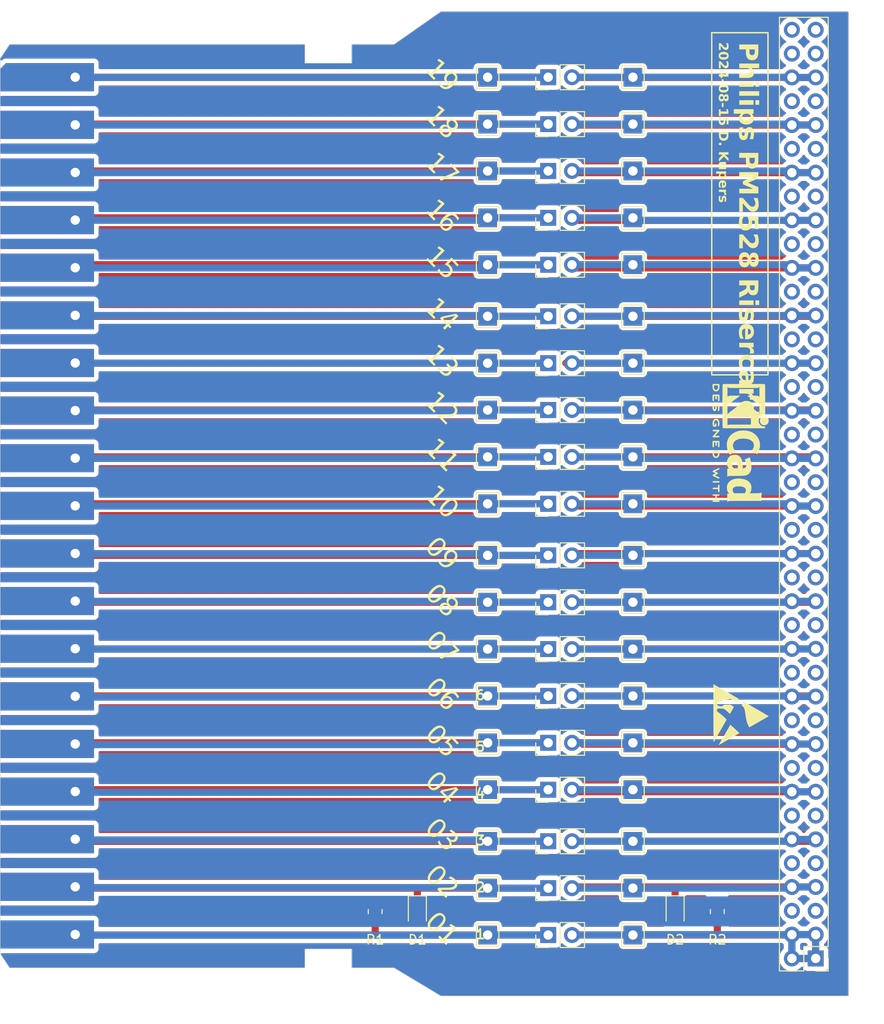
<source format=kicad_pcb>
(kicad_pcb (version 20240108) (generator "pcbnew") (generator_version "8.0")
  (title_block (title "PM2528 Risercard") (date "2024-08-14") (rev "1.0") (company "D. Kupers"))
  (layers (0 "F.Cu" signal) (31 "B.Cu" signal) (34 "B.Paste" user) (35 "F.Paste" user) (36 "B.SilkS" user "B.Silkscreen") (37 "F.SilkS" user "F.Silkscreen") (38 "B.Mask" user) (39 "F.Mask" user) (44 "Edge.Cuts" user))
  (net 0 "")
  (net 1 "Net-(JP1-A)")
  (net 4 "Net-(D1-K)")
  (net 5 "Net-(JP15-A)")
  (net 8 "Net-(JP18-A)")
  (net 11 "Net-(JP7-A)")
  (net 12 "Net-(JP16-A)")
  (net 33 "Net-(JP11-A)")
  (net 35 "Net-(JP10-A)")
  (net 37 "Net-(JP17-A)")
  (net 43 "Net-(JP6-A)")
  (net 49 "Net-(JP19-A)")
  (net 52 "Net-(JP14-A)")
  (net 53 "Net-(JP9-A)")
  (net 54 "Net-(JP5-A)")
  (net 55 "Net-(JP3-A)")
  (net 56 "Net-(JP8-A)")
  (net 57 "Net-(JP13-A)")
  (net 58 "Net-(JP4-A)")
  (net 59 "Net-(JP12-A)")
  (net 60 "Net-(JP14-B)")
  (net 61 "Net-(JP15-B)")
  (net 62 "Net-(JP7-B)")
  (net 63 "Net-(JP8-B)")
  (net 64 "Net-(D2-K)")
  (net 65 "Net-(JP9-B)")
  (net 66 "Net-(JP6-B)")
  (net 67 "Net-(JP17-B)")
  (net 68 "Net-(JP10-B)")
  (net 69 "Net-(JP4-B)")
  (net 70 "Net-(JP5-B)")
  (net 71 "Net-(JP13-B)")
  (net 72 "Net-(JP1-B)")
  (net 73 "Net-(JP12-B)")
  (net 74 "Net-(JP11-B)")
  (net 75 "Net-(JP16-B)")
  (net 76 "Net-(JP19-B)")
  (net 77 "Net-(JP18-B)")
  (net 78 "Net-(JP3-B)")
  (net 79 "Net-(D1-A)")
  (net 80 "Net-(D2-A)")
  (footprint "TestPoint:TestPoint_THTPad_2.0x2.0mm_Drill1.0mm" (layer "F.Cu") (at 110 50)
    (property "Reference" "TPA17" (hide yes))
    (property "Value" "TestPoint")
  )
  (footprint "TestPoint:TestPoint_THTPad_2.0x2.0mm_Drill1.0mm" (layer "F.Cu") (at 125.5 116)
    (property "Reference" "TPB04" (hide yes))
    (property "Value" "TestPoint")
  )
  (footprint "TestPoint:TestPoint_THTPad_2.0x2.0mm_Drill1.0mm" (layer "F.Cu") (at 125.5 85.5)
    (property "Reference" "TPB10" (hide yes))
    (property "Value" "TestPoint")
  )
  (footprint "Connector_PinHeader_2.54mm:PinHeader_1x02_P2.54mm_Vertical" (layer "F.Cu") (at 116.46 111 90)
    (property "Reference" "JP5" (hide yes))
    (property "Value" "Jumper_2_Open")
  )
  (footprint "TestPoint:TestPoint_THTPad_2.0x2.0mm_Drill1.0mm" (layer "F.Cu") (at 110 96)
    (property "Reference" "TPA08" (hide yes))
    (property "Value" "TestPoint")
  )
  (footprint "TestPoint:TestPoint_THTPad_2.0x2.0mm_Drill1.0mm" (layer "F.Cu") (at 110 40)
    (property "Reference" "TPA19" (hide yes))
    (property "Value" "TestPoint")
  )
  (footprint "Connector_PinHeader_2.54mm:PinHeader_1x02_P2.54mm_Vertical" (layer "F.Cu") (at 116.46 106 90)
    (property "Reference" "JP6" (hide yes))
    (property "Value" "Jumper_2_Open")
  )
  (footprint "TestPoint:TestPoint_THTPad_2.0x2.0mm_Drill1.0mm" (layer "F.Cu") (at 125.5 60)
    (property "Reference" "TPB15" (hide yes))
    (property "Value" "TestPoint")
  )
  (footprint "TestPoint:TestPoint_THTPad_2.0x2.0mm_Drill1.0mm" (layer "F.Cu") (at 110 80.5)
    (property "Reference" "TPA11" (hide yes))
    (property "Value" "TestPoint")
  )
  (footprint "TestPoint:TestPoint_THTPad_2.0x2.0mm_Drill1.0mm" (layer "F.Cu") (at 125.5 91)
    (property "Reference" "TPB09" (hide yes))
    (property "Value" "TestPoint")
  )
  (footprint "TestPoint:TestPoint_THTPad_2.0x2.0mm_Drill1.0mm" (layer "F.Cu") (at 125.5 65.5)
    (property "Reference" "TPB14" (hide yes))
    (property "Value" "TestPoint")
  )
  (footprint "TestPoint:TestPoint_THTPad_2.0x2.0mm_Drill1.0mm" (layer "F.Cu") (at 125.5 50)
    (property "Reference" "TPB17" (hide yes))
    (property "Value" "TestPoint")
  )
  (footprint "Connector_PinHeader_2.54mm:PinHeader_1x02_P2.54mm_Vertical" (layer "F.Cu") (at 116.46 131.5 90)
    (property "Reference" "JP1" (hide yes))
    (property "Value" "Jumper_2_Open")
  )
  (footprint "Connector_PinHeader_2.54mm:PinHeader_1x02_P2.54mm_Vertical" (layer "F.Cu") (at 116.46 60 90)
    (property "Reference" "JP15" (hide yes))
    (property "Value" "Jumper_2_Open")
  )
  (footprint "TestPoint:TestPoint_THTPad_2.0x2.0mm_Drill1.0mm" (layer "F.Cu") (at 125.5 70.5)
    (property "Reference" "TPB13" (hide yes))
    (property "Value" "TestPoint")
  )
  (footprint "Connector_PinHeader_2.54mm:PinHeader_1x02_P2.54mm_Vertical" (layer "F.Cu") (at 116.46 126.5 90)
    (property "Reference" "JP2" (hide yes))
    (property "Value" "Jumper_2_Open")
  )
  (footprint "TestPoint:TestPoint_THTPad_2.0x2.0mm_Drill1.0mm" (layer "F.Cu") (at 110 60)
    (property "Reference" "TPA15" (hide yes))
    (property "Value" "TestPoint")
  )
  (footprint "TestPoint:TestPoint_THTPad_2.0x2.0mm_Drill1.0mm" (layer "F.Cu") (at 110 116)
    (property "Reference" "TPA04" (hide yes))
    (property "Value" "TestPoint")
  )
  (footprint "TestPoint:TestPoint_THTPad_2.0x2.0mm_Drill1.0mm" (layer "F.Cu") (at 110 106)
    (property "Reference" "TPA06" (hide yes))
    (property "Value" "TestPoint")
  )
  (footprint "Resistor_SMD:R_0805_2012Metric_Pad1.20x1.40mm_HandSolder" (layer "F.Cu") (at 134.5 129 -90)
    (property "Reference" "R2")
    (property "Value" "200")
  )
  (footprint "TestPoint:TestPoint_THTPad_2.0x2.0mm_Drill1.0mm" (layer "F.Cu") (at 110 126.5)
    (property "Reference" "TPA02" (hide yes))
    (property "Value" "TestPoint")
  )
  (footprint "Connector_PinHeader_2.54mm:PinHeader_1x02_P2.54mm_Vertical" (layer "F.Cu") (at 116.46 45 90)
    (property "Reference" "JP18" (hide yes))
    (property "Value" "Jumper_2_Open")
  )
  (footprint "TestPoint:TestPoint_THTPad_2.0x2.0mm_Drill1.0mm" (layer "F.Cu") (at 110 121.5)
    (property "Reference" "TPA03" (hide yes))
    (property "Value" "TestPoint")
  )
  (footprint "Connector_PinHeader_2.54mm:PinHeader_1x02_P2.54mm_Vertical" (layer "F.Cu") (at 116.46 50 90)
    (property "Reference" "JP17" (hide yes))
    (property "Value" "Jumper_2_Open")
  )
  (footprint "Connector_PinHeader_2.54mm:PinHeader_1x02_P2.54mm_Vertical" (layer "F.Cu") (at 116.46 85.5 90)
    (property "Reference" "JP10" (hide yes))
    (property "Value" "Jumper_2_Open")
  )
  (footprint "TestPoint:TestPoint_THTPad_2.0x2.0mm_Drill1.0mm" (layer "F.Cu") (at 125.5 45)
    (property "Reference" "TPB18" (hide yes))
    (property "Value" "TestPoint")
  )
  (footprint "LED_SMD:LED_0805_2012Metric" (layer "F.Cu") (at 130 129 -90)
    (property "Reference" "D2")
    (property "Value" "LED")
  )
  (footprint "Symbol:ESD-Logo_6.6x6mm_SilkScreen" (layer "F.Cu") (at 137.050229 108 -90)
    (property "Reference" "REF**" (hide yes))
    (property "Value" "ESD-Logo_6.6x6mm_SilkScreen" (hide yes))
  )
  (footprint "Connector_PinHeader_2.54mm:PinHeader_1x02_P2.54mm_Vertical" (layer "F.Cu") (at 116.46 40 90)
    (property "Reference" "JP19" (hide yes))
    (property "Value" "Jumper_2_Open")
  )
  (footprint "TestPoint:TestPoint_THTPad_2.0x2.0mm_Drill1.0mm" (layer "F.Cu") (at 125.5 111)
    (property "Reference" "TPB05" (hide yes))
    (property "Value" "TestPoint")
  )
  (footprint "Symbol:KiCad-Logo2_5mm_SilkScreen" (layer "F.Cu") (at 137 79 -90)
    (property "Reference" "REF**" (hide yes))
    (property "Value" "KiCad-Logo2_5mm_SilkScreen" (hide yes))
  )
  (footprint "TestPoint:TestPoint_THTPad_2.0x2.0mm_Drill1.0mm" (layer "F.Cu") (at 125.5 80.5)
    (property "Reference" "TPB11" (hide yes))
    (property "Value" "TestPoint")
  )
  (footprint "TestPoint:TestPoint_THTPad_2.0x2.0mm_Drill1.0mm" (layer "F.Cu") (at 125.5 121.5)
    (property "Reference" "TPB03" (hide yes))
    (property "Value" "TestPoint")
  )
  (footprint "LED_SMD:LED_0805_2012Metric" (layer "F.Cu") (at 102.5 129 -90)
    (property "Reference" "D1")
    (property "Value" "LED")
  )
  (footprint "TestPoint:TestPoint_THTPad_2.0x2.0mm_Drill1.0mm" (layer "F.Cu") (at 125.5 106)
    (property "Reference" "TPB06" (hide yes))
    (property "Value" "TestPoint")
  )
  (footprint "TestPoint:TestPoint_THTPad_2.0x2.0mm_Drill1.0mm" (layer "F.Cu") (at 110 55)
    (property "Reference" "TPA16" (hide yes))
    (property "Value" "TestPoint")
  )
  (footprint "TestPoint:TestPoint_THTPad_2.0x2.0mm_Drill1.0mm" (layer "F.Cu") (at 110 111)
    (property "Reference" "TPA05" (hide yes))
    (property "Value" "TestPoint")
  )
  (footprint "Philips_PM2528:PM2528_RiserCardConnector" (layer "F.Cu") (at 66 40)
    (property "Reference" "K1" (hide yes))
    (property "Value" "~")
  )
  (footprint "TestPoint:TestPoint_THTPad_2.0x2.0mm_Drill1.0mm" (layer "F.Cu") (at 125.5 101)
    (property "Reference" "TPB07" (hide yes))
    (property "Value" "TestPoint")
  )
  (footprint "Connector_PinHeader_2.54mm:PinHeader_1x02_P2.54mm_Vertical" (layer "F.Cu") (at 116.46 96 90)
    (property "Reference" "JP8" (hide yes))
    (property "Value" "Jumper_2_Open")
  )
  (footprint "TestPoint:TestPoint_THTPad_2.0x2.0mm_Drill1.0mm" (layer "F.Cu") (at 110 75.5)
    (property "Reference" "TPA12" (hide yes))
    (property "Value" "TestPoint")
  )
  (footprint "Connector_PinHeader_2.54mm:PinHeader_1x02_P2.54mm_Vertical" (layer "F.Cu") (at 116.46 70.5 90)
    (property "Reference" "JP13" (hide yes))
    (property "Value" "Jumper_2_Open")
  )
  (footprint "Resistor_SMD:R_0805_2012Metric_Pad1.20x1.40mm_HandSolder" (layer "F.Cu") (at 98 129 90)
    (property "Reference" "R1")
    (property "Value" "200")
  )
  (footprint "TestPoint:TestPoint_THTPad_2.0x2.0mm_Drill1.0mm" (layer "F.Cu") (at 110 85.5)
    (property "Reference" "TPA10" (hide yes))
    (property "Value" "TestPoint")
  )
  (footprint "Connector_PinHeader_2.54mm:PinHeader_1x02_P2.54mm_Vertical" (layer "F.Cu") (at 116.46 121.5 90)
    (property "Reference" "JP3" (hide yes))
    (property "Value" "Jumper_2_Open")
  )
  (footprint "TestPoint:TestPoint_THTPad_2.0x2.0mm_Drill1.0mm" (layer "F.Cu") (at 110 91)
    (property "Reference" "TPA09" (hide yes))
    (property "Value" "TestPoint")
  )
  (footprint "TestPoint:TestPoint_THTPad_2.0x2.0mm_Drill1.0mm" (layer "F.Cu") (at 110 70.5)
    (property "Reference" "TPA13" (hide yes))
    (property "Value" "TestPoint")
  )
  (footprint "Connector_PinHeader_2.54mm:PinHeader_1x02_P2.54mm_Vertical" (layer "F.Cu") (at 116.46 65.5 90)
    (property "Reference" "JP14" (hide yes))
    (property "Value" "Jumper_2_Open")
  )
  (footprint "Connector_PinHeader_2.54mm:PinHeader_1x02_P2.54mm_Vertical" (layer "F.Cu") (at 116.46 101 90)
    (property "Reference" "JP7" (hide yes))
    (property "Value" "Jumper_2_Open")
  )
  (footprint "TestPoint:TestPoint_THTPad_2.0x2.0mm_Drill1.0mm" (layer "F.Cu") (at 110 101)
    (property "Reference" "TPA07" (hide yes))
    (property "Value" "TestPoint")
  )
  (footprint "TestPoint:TestPoint_THTPad_2.0x2.0mm_Drill1.0mm" (layer "F.Cu") (at 125.5 75.5)
    (property "Reference" "TPB12" (hide yes))
    (property "Value" "TestPoint")
  )
  (footprint "Connector_PinHeader_2.54mm:PinHeader_1x02_P2.54mm_Vertical" (layer "F.Cu") (at 116.46 75.5 90)
    (property "Reference" "JP12" (hide yes))
    (property "Value" "Jumper_2_Open")
  )
  (footprint "Connector_PinHeader_2.54mm:PinHeader_2x40_P2.54mm_Vertical" (layer "F.Cu") (at 145 134 180)
    (property "Reference" "K2" (hide yes))
    (property "Value" "Conn_02x40_Odd_Even")
  )
  (footprint "TestPoint:TestPoint_THTPad_2.0x2.0mm_Drill1.0mm" (layer "F.Cu") (at 125.5 55)
    (property "Reference" "TPB16" (hide yes))
    (property "Value" "TestPoint")
  )
  (footprint "TestPoint:TestPoint_THTPad_2.0x2.0mm_Drill1.0mm" (layer "F.Cu") (at 125.5 96)
    (property "Reference" "TPB08" (hide yes))
    (property "Value" "TestPoint")
  )
  (footprint "Connector_PinHeader_2.54mm:PinHeader_1x02_P2.54mm_Vertical" (layer "F.Cu") (at 116.46 91 90)
    (property "Reference" "JP9" (hide yes))
    (property "Value" "Jumper_2_Open")
  )
  (footprint "TestPoint:TestPoint_THTPad_2.0x2.0mm_Drill1.0mm" (layer "F.Cu") (at 125.5 126.5)
    (property "Reference" "TPB02" (hide yes))
    (property "Value" "TestPoint")
  )
  (footprint "TestPoint:TestPoint_THTPad_2.0x2.0mm_Drill1.0mm" (layer "F.Cu") (at 125.5 131.5)
    (property "Reference" "TPB01" (hide yes))
    (property "Value" "TestPoint")
  )
  (footprint "Connector_PinHeader_2.54mm:PinHeader_1x02_P2.54mm_Vertical" (layer "F.Cu") (at 116.46 80.5 90)
    (property "Reference" "JP11" (hide yes))
    (property "Value" "Jumper_2_Open")
  )
  (footprint "Connector_PinHeader_2.54mm:PinHeader_1x02_P2.54mm_Vertical" (layer "F.Cu") (at 116.46 116 90)
    (property "Reference" "JP4" (hide yes))
    (property "Value" "Jumper_2_Open")
  )
  (footprint "TestPoint:TestPoint_THTPad_2.0x2.0mm_Drill1.0mm" (layer "F.Cu") (at 110 45)
    (property "Reference" "TPA18" (hide yes))
    (property "Value" "TestPoint")
  )
  (footprint "TestPoint:TestPoint_THTPad_2.0x2.0mm_Drill1.0mm" (layer "F.Cu") (at 125.5 40)
    (property "Reference" "TPB19" (hide yes))
    (property "Value" "TestPoint")
  )
  (footprint "TestPoint:TestPoint_THTPad_2.0x2.0mm_Drill1.0mm" (layer "F.Cu") (at 110 65.5)
    (property "Reference" "TPA14" (hide yes))
    (property "Value" "TestPoint")
  )
  (footprint "Connector_PinHeader_2.54mm:PinHeader_1x02_P2.54mm_Vertical" (layer "F.Cu") (at 116.46 55 90)
    (property "Reference" "JP16" (hide yes))
    (property "Value" "Jumper_2_Open")
  )
  (footprint "TestPoint:TestPoint_THTPad_2.0x2.0mm_Drill1.0mm" (layer "F.Cu") (at 110 131.5)
    (property "Reference" "TPA01" (hide yes))
    (property "Value" "TestPoint")
  )
  (gr_rect (start 133.907424 35.25) (end 139.907424 71.75) (stroke (width 0.15)) (fill none) (layer "F.SilkS"))
  (gr_poly (pts (xy 59 36.5) (xy 68 36.5) (xy 90.5 36.5) (xy 90.5 38.5) (xy 95.5 38.5) (xy 95.5 36.5) (xy 100 36.5) (xy 105 33) (xy 148.5 33) (xy 148.5 138) (xy 110 138) (xy 105 138) (xy 100 135) (xy 95.5 135) (xy 95.5 133) (xy 90.5 133) (xy 90.5 135) (xy 65.5 135) (xy 59 135) (xy 58 133.5) (xy 58 38)) (stroke (width 0.05)) (fill none) (layer "Edge.Cuts"))
  (gr_text "6" (at 109.827381 106.5 0) (layer "F.SilkS") (effects (font (size 1 1) (thickness 0.2) (bold yes)) (justify right bottom)))
  (gr_text "08" (at 105.5 98 -45) (layer "F.SilkS") (effects (font (size 2.032 2.032) (thickness 0.125)) (justify right bottom)))
  (gr_text "11" (at 105.5 82.5 -45) (layer "F.SilkS") (effects (font (size 2.032 2.032) (thickness 0.125)) (justify right bottom)))
  (gr_text "Philips PM2528 Risercard" (at 136.5 36.25 270) (layer "F.SilkS") (effects (font (size 2 2) (thickness 0.15) (bold yes)) (justify left bottom)))
  (gr_text "16" (at 105.5 57 -45) (layer "F.SilkS") (effects (font (size 2.032 2.032) (thickness 0.125)) (justify right bottom)))
  (gr_text "3" (at 109.827381 122 0) (layer "F.SilkS") (effects (font (size 1 1) (thickness 0.2) (bold yes)) (justify right bottom)))
  (gr_text "2" (at 109.827381 127 0) (layer "F.SilkS") (effects (font (size 1 1) (thickness 0.2) (bold yes)) (justify right bottom)))
  (gr_text "17" (at 105.5 52 -45) (layer "F.SilkS") (effects (font (size 2.032 2.032) (thickness 0.125)) (justify right bottom)))
  (gr_text "03" (at 105.5 123 315) (layer "F.SilkS") (effects (font (size 2.032 2.032) (thickness 0.3175)) (justify right bottom)))
  (gr_text "18" (at 105.5 47 -45) (layer "F.SilkS") (effects (font (size 2.032 2.032) (thickness 0.125)) (justify right bottom)))
  (gr_text "14" (at 105.5 67.5 -45) (layer "F.SilkS") (effects (font (size 2.032 2.032) (thickness 0.125)) (justify right bottom)))
  (gr_text "02" (at 105.5 128 315) (layer "F.SilkS") (effects (font (size 2.032 2.032) (thickness 0.3175)) (justify right bottom)))
  (gr_text "10" (at 105.5 87.5 -45) (layer "F.SilkS") (effects (font (size 2.032 2.032) (thickness 0.125)) (justify right bottom)))
  (gr_text "01" (at 105.5 133 315) (layer "F.SilkS") (effects (font (size 2.032 2.032) (thickness 0.125)) (justify right bottom)))
  (gr_text "05" (at 105.5 113 315) (layer "F.SilkS") (effects (font (size 2.032 2.032) (thickness 0.125)) (justify right bottom)))
  (gr_text "4" (at 109.827381 117 0) (layer "F.SilkS") (effects (font (size 1 1) (thickness 0.2) (bold yes)) (justify right bottom)))
  (gr_text "09" (at 105.5 93 -45) (layer "F.SilkS") (effects (font (size 2.032 2.032) (thickness 0.125)) (justify right bottom)))
  (gr_text "19" (at 105.5 42 -45) (layer "F.SilkS") (effects (font (size 2.032 2.032) (thickness 0.125)) (justify right bottom)))
  (gr_text "04" (at 105.5 118 315) (layer "F.SilkS") (effects (font (size 2.032 2.032) (thickness 0.125)) (justify right bottom)))
  (gr_text "1" (at 109.827381 132 0) (layer "F.SilkS") (effects (font (size 1 1) (thickness 0.2) (bold yes)) (justify right bottom)))
  (gr_text "5" (at 109.827381 112 0) (layer "F.SilkS") (effects (font (size 1 1) (thickness 0.2) (bold yes)) (justify right bottom)))
  (gr_text "07" (at 105.5 103 -45) (layer "F.SilkS") (effects (font (size 2.032 2.032) (thickness 0.125)) (justify right bottom)))
  (gr_text "13" (at 105.5 72.5 -45) (layer "F.SilkS") (effects (font (size 2.032 2.032) (thickness 0.125)) (justify right bottom)))
  (gr_text "12" (at 105.5 77.5 -45) (layer "F.SilkS") (effects (font (size 2.032 2.032) (thickness 0.125)) (justify right bottom)))
  (gr_text "2024-08-15 D. Kupers" (at 134.5 36.25 270) (layer "F.SilkS") (effects (font (size 1 1) (thickness 0.15) (bold yes)) (justify left bottom)))
  (gr_text "15" (at 105.5 62 -45) (layer "F.SilkS") (effects (font (size 2.032 2.032) (thickness 0.125)) (justify right bottom)))
  (gr_text "06" (at 105.5 108 -45) (layer "F.SilkS") (effects (font (size 2.032 2.032) (thickness 0.125)) (justify right bottom)))
  (segment (start 98 130) (end 98 131.5) (width 0.762) (layer "F.Cu") (net 1))
  (segment (start 98 131.5) (end 110 131.5) (width 0.762) (layer "F.Cu") (net 1))
  (segment (start 66.06 131.5) (end 98 131.5) (width 0.762) (layer "F.Cu") (net 1))
  (segment (start 110 131.5) (end 116.46 131.5) (width 0.762) (layer "F.Cu") (net 1))
  (segment (start 116.46 131.5) (end 110.5 131.5) (width 0.762) (layer "B.Cu") (net 1))
  (segment (start 109.5 131.52) (end 65.12 131.52) (width 0.762) (layer "B.Cu") (net 1))
  (segment (start 110 126.5) (end 116.46 126.5) (width 0.762) (layer "F.Cu") (net 4))
  (segment (start 102.5 128.0625) (end 102.5 126.5) (width 0.762) (layer "F.Cu") (net 4))
  (segment (start 66.14 126.5) (end 102.5 126.5) (width 0.762) (layer "F.Cu") (net 4))
  (segment (start 102.5 126.5) (end 110 126.5) (width 0.762) (layer "F.Cu") (net 4))
  (segment (start 116.46 126.5) (end 110.5 126.5) (width 0.762) (layer "B.Cu") (net 4))
  (segment (start 65.12 126.44) (end 109.5 126.44) (width 0.762) (layer "B.Cu") (net 4))
  (segment (start 110 60) (end 66.32 60) (width 0.762) (layer "F.Cu") (net 5))
  (segment (start 110 60) (end 116.46 60) (width 0.762) (layer "F.Cu") (net 5))
  (segment (start 66.02 60.34) (end 110 60.34) (width 0.762) (layer "B.Cu") (net 5))
  (segment (start 110 60) (end 116.46 60) (width 0.762) (layer "B.Cu") (net 5))
  (segment (start 66.08 45) (end 110 45) (width 0.762) (layer "F.Cu") (net 8))
  (segment (start 116.46 45) (end 110 45) (width 0.762) (layer "F.Cu") (net 8))
  (segment (start 116.46 45) (end 110 45) (width 0.762) (layer "B.Cu") (net 8))
  (segment (start 66.48 45.1) (end 110 45.1) (width 0.762) (layer "B.Cu") (net 8))
  (segment (start 116.46 101) (end 110 101) (width 0.762) (layer "F.Cu") (net 11))
  (segment (start 110 101) (end 66.04 101) (width 0.762) (layer "F.Cu") (net 11))
  (segment (start 109.5 100.98) (end 65.52 100.98) (width 0.762) (layer "B.Cu") (net 11))
  (segment (start 110.5 101) (end 116.46 101) (width 0.762) (layer "B.Cu") (net 11))
  (segment (start 110.5 101) (end 65.54 101) (width 0.762) (layer "B.Cu") (net 11))
  (segment (start 66.24 55) (end 110 55) (width 0.762) (layer "F.Cu") (net 12))
  (segment (start 116.46 55) (end 110 55) (width 0.762) (layer "F.Cu") (net 12))
  (segment (start 116.46 55) (end 110 55) (width 0.762) (layer "B.Cu") (net 12))
  (segment (start 110 55.26) (end 66.48 55.26) (width 0.762) (layer "B.Cu") (net 12))
  (segment (start 110 80.5) (end 66.14 80.5) (width 0.762) (layer "F.Cu") (net 33))
  (segment (start 110 80.5) (end 116.46 80.5) (width 0.762) (layer "F.Cu") (net 33))
  (segment (start 66.02 80.66) (end 110 80.66) (width 0.762) (layer "B.Cu") (net 33))
  (segment (start 110 80.5) (end 116.46 80.5) (width 0.762) (layer "B.Cu") (net 33))
  (segment (start 116.46 85.5) (end 110 85.5) (width 0.762) (layer "F.Cu") (net 35))
  (segment (start 66.22 85.5) (end 110 85.5) (width 0.762) (layer "F.Cu") (net 35))
  (segment (start 116.46 85.5) (end 110 85.5) (width 0.762) (layer "B.Cu") (net 35))
  (segment (start 110 85.74) (end 66.02 85.74) (width 0.762) (layer "B.Cu") (net 35))
  (segment (start 110 50) (end 116.46 50) (width 0.762) (layer "F.Cu") (net 37))
  (segment (start 110 50) (end 66.16 50) (width 0.762) (layer "F.Cu") (net 37))
  (segment (start 110 50.18) (end 66.48 50.18) (width 0.762) (layer "B.Cu") (net 37))
  (segment (start 110 50) (end 116.46 50) (width 0.762) (layer "B.Cu") (net 37))
  (segment (start 110 106) (end 116.46 106) (width 0.762) (layer "F.Cu") (net 43))
  (segment (start 66.04 106) (end 110 106) (width 0.762) (layer "F.Cu") (net 43))
  (segment (start 116.46 106) (end 110.5 106) (width 0.762) (layer "B.Cu") (net 43))
  (segment (start 65.12 106.12) (end 109.5 106.12) (width 0.762) (layer "B.Cu") (net 43))
  (segment (start 110 40) (end 116.46 40) (width 0.762) (layer "F.Cu") (net 49))
  (segment (start 110 40) (end 66 40) (width 0.762) (layer "F.Cu") (net 49))
  (segment (start 66.48 40.02) (end 110 40.02) (width 0.762) (layer "B.Cu") (net 49))
  (segment (start 110 40) (end 116.46 40) (width 0.762) (layer "B.Cu") (net 49))
  (segment (start 66.1 65.5) (end 110 65.5) (width 0.762) (layer "F.Cu") (net 52))
  (segment (start 116.46 65.5) (end 110 65.5) (width 0.762) (layer "F.Cu") (net 52))
  (segment (start 66.02 65.42) (end 110 65.42) (width 0.762) (layer "B.Cu") (net 52))
  (segment (start 116.46 65.5) (end 110 65.5) (width 0.762) (layer "B.Cu") (net 52))
  (segment (start 110 91) (end 66.2 91) (width 0.762) (layer "F.Cu") (net 53))
  (segment (start 110 91) (end 116.46 91) (width 0.762) (layer "F.Cu") (net 53))
  (segment (start 110 91) (end 116.46 91) (width 0.762) (layer "B.Cu") (net 53))
  (segment (start 66.02 90.82) (end 110 90.82) (width 0.762) (layer "B.Cu") (net 53))
  (segment (start 110 111) (end 66.12 111) (width 0.762) (layer "F.Cu") (net 54))
  (segment (start 116.46 111) (end 110 111) (width 0.762) (layer "F.Cu") (net 54))
  (segment (start 110.5 111) (end 116.46 111) (width 0.762) (layer "B.Cu") (net 54))
  (segment (start 65.12 111.2) (end 109.5 111.2) (width 0.762) (layer "B.Cu") (net 54))
  (segment (start 116.46 121.5) (end 109 121.5) (width 0.762) (layer "F.Cu") (net 55))
  (segment (start 109 121.5) (end 66.22 121.5) (width 0.762) (layer "F.Cu") (net 55))
  (segment (start 110 121.5) (end 109 121.5) (width 0.762) (layer "F.Cu") (net 55))
  (segment (start 110.5 121.5) (end 116.46 121.5) (width 0.762) (layer "B.Cu") (net 55))
  (segment (start 65.12 121.36) (end 109.5 121.36) (width 0.762) (layer "B.Cu") (net 55))
  (segment (start 116.46 96) (end 110 96) (width 0.762) (layer "F.Cu") (net 56))
  (segment (start 66.12 96) (end 110 96) (width 0.762) (layer "F.Cu") (net 56))
  (segment (start 66.02 95.9) (end 110 95.9) (width 0.762) (layer "B.Cu") (net 56))
  (segment (start 116.46 96) (end 110 96) (width 0.762) (layer "B.Cu") (net 56))
  (segment (start 66.02 70.5) (end 110 70.5) (width 0.762) (layer "F.Cu") (net 57))
  (segment (start 110 70.5) (end 116.46 70.5) (width 0.762) (layer "F.Cu") (net 57))
  (segment (start 110 70.5) (end 66.02 70.5) (width 0.762) (layer "B.Cu") (net 57))
  (segment (start 110 70.5) (end 116.46 70.5) (width 0.762) (layer "B.Cu") (net 57))
  (segment (start 66.2 116) (end 110 116) (width 0.762) (layer "F.Cu") (net 58))
  (segment (start 110 116) (end 116.46 116) (width 0.762) (layer "F.Cu") (net 58))
  (segment (start 116.46 116) (end 110.5 116) (width 0.762) (layer "B.Cu") (net 58))
  (segment (start 65.12 116.28) (end 109.5 116.28) (width 0.762) (layer "B.Cu") (net 58))
  (segment (start 66.06 75.5) (end 110 75.5) (width 0.762) (layer "F.Cu") (net 59))
  (segment (start 116.46 75.5) (end 110 75.5) (width 0.762) (layer "F.Cu") (net 59))
  (segment (start 66.02 75.58) (end 110 75.58) (width 0.762) (layer "B.Cu") (net 59))
  (segment (start 116.46 75.5) (end 110 75.5) (width 0.762) (layer "B.Cu") (net 59))
  (segment (start 119 65.5) (end 144.92 65.5) (width 0.762) (layer "F.Cu") (net 60))
  (segment (start 142.46 65.42) (end 145 65.42) (width 0.762) (layer "B.Cu") (net 60))
  (segment (start 125.58 65.42) (end 142.46 65.42) (width 0.762) (layer "B.Cu") (net 60))
  (segment (start 125.5 65.5) (end 119 65.5) (width 0.762) (layer "B.Cu") (net 60))
  (segment (start 119.34 60.34) (end 119 60) (width 0.762) (layer "F.Cu") (net 61))
  (segment (start 145 60.34) (end 119.34 60.34) (width 0.762) (layer "F.Cu") (net 61))
  (segment (start 142.12 60) (end 142.46 60.34) (width 0.762) (layer "B.Cu") (net 61))
  (segment (start 119 60) (end 125.5 60) (width 0.762) (layer "B.Cu") (net 61))
  (segment (start 142.46 60.34) (end 145 60.34) (width 0.762) (layer "B.Cu") (net 61))
  (segment (start 125.5 60) (end 142.12 60) (width 0.762) (layer "B.Cu") (net 61))
  (segment (start 145 100.98) (end 119.02 100.98) (width 0.762) (layer "F.Cu") (net 62))
  (segment (start 125.5 101) (end 142.44 101) (width 0.762) (layer "B.Cu") (net 62))
  (segment (start 119 101) (end 125.5 101) (width 0.762) (layer "B.Cu") (net 62))
  (segment (start 142.46 100.98) (end 145 100.98) (width 0.762) (layer "B.Cu") (net 62))
  (segment (start 119 96) (end 144.9 96) (width 0.762) (layer "F.Cu") (net 63))
  (segment (start 142.1 95.9) (end 142 96) (width 0.762) (layer "B.Cu") (net 63))
  (segment (start 125.5 96) (end 119 96) (width 0.762) (layer "B.Cu") (net 63))
  (segment (start 145 95.9) (end 142.46 95.9) (width 0.762) (layer "B.Cu") (net 63))
  (segment (start 142 96) (end 125.5 96) (width 0.762) (layer "B.Cu") (net 63))
  (segment (start 130 128.0625) (end 130 126.5) (width 0.762) (layer "F.Cu") (net 64))
  (segment (start 145 126.38) (end 119.12 126.38) (width 0.762) (layer "F.Cu") (net 64))
  (segment (start 130 126.5) (end 125.5 126.5) (width 0.762) (layer "F.Cu") (net 64))
  (segment (start 145 126.38) (end 142.46 126.38) (width 0.762) (layer "B.Cu") (net 64))
  (segment (start 125.5 126.5) (end 142.34 126.5) (width 0.762) (layer "B.Cu") (net 64))
  (segment (start 125.5 126.5) (end 119 126.5) (width 0.762) (layer "B.Cu") (net 64))
  (segment (start 145 90.82) (end 119.18 90.82) (width 0.762) (layer "F.Cu") (net 65))
  (segment (start 119 91) (end 125.5 91) (width 0.762) (layer "B.Cu") (net 65))
  (segment (start 125.68 90.82) (end 142.46 90.82) (width 0.762) (layer "B.Cu") (net 65))
  (segment (start 142.46 90.82) (end 145 90.82) (width 0.762) (layer "B.Cu") (net 65))
  (segment (start 119 106) (end 144.94 106) (width 0.762) (layer "F.Cu") (net 66))
  (segment (start 125.5 106) (end 119 106) (width 0.762) (layer "B.Cu") (net 66))
  (segment (start 125.5 106) (end 142.4 106) (width 0.762) (layer "B.Cu") (net 66))
  (segment (start 142.46 106.06) (end 145 106.06) (width 0.762) (layer "B.Cu") (net 66))
  (segment (start 145 50.18) (end 119.18 50.18) (width 0.762) (layer "F.Cu") (net 67))
  (segment (start 142.46 50.18) (end 145 50.18) (width 0.762) (layer "B.Cu") (net 67))
  (segment (start 119 50) (end 125.5 50) (width 0.762) (layer "B.Cu") (net 67))
  (segment (start 125.5 50) (end 142.28 50) (width 0.762) (layer "B.Cu") (net 67))
  (segment (start 145 85.74) (end 119.24 85.74) (width 0.762) (layer "F.Cu") (net 68))
  (segment (start 142.46 85.74) (end 145 85.74) (width 0.762) (layer "B.Cu") (net 68))
  (segment (start 125.5 85.5) (end 142.22 85.5) (width 0.762) (layer "B.Cu") (net 68))
  (segment (start 125.5 85.5) (end 119 85.5) (width 0.762) (layer "B.Cu") (net 68))
  (segment (start 145 116.22) (end 119.22 116.22) (width 0.762) (layer "F.Cu") (net 69))
  (segment (start 125.5 116) (end 142.24 116) (width 0.762) (layer "B.Cu") (net 69))
  (segment (start 125.5 116) (end 119 116) (width 0.762) (layer "B.Cu") (net 69))
  (segment (start 142.46 116.22) (end 145 116.22) (width 0.762) (layer "B.Cu") (net 69))
  (segment (start 120.14 111.14) (end 145 111.14) (width 0.762) (layer "F.Cu") (net 70))
  (segment (start 120 111) (end 120.14 111.14) (width 0.762) (layer "F.Cu") (net 70))
  (segment (start 119 111) (end 120 111) (width 0.762) (layer "F.Cu") (net 70))
  (segment (start 119 111) (end 125.5 111) (width 0.762) (layer "B.Cu") (net 70))
  (segment (start 125.5 111) (end 142.32 111) (width 0.762) (layer "B.Cu") (net 70))
  (segment (start 142.46 111.14) (end 145 111.14) (width 0.762) (layer "B.Cu") (net 70))
  (segment (start 145 70.5) (end 118.3434 70.5) (width 0.762) (layer "F.Cu") (net 71))
  (segment (start 125.5 70.5) (end 142.46 70.5) (width 0.762) (layer "B.Cu") (net 71))
  (segment (start 145 70.5) (end 142.46 70.5) (width 0.762) (layer "B.Cu") (net 71))
  (segment (start 119 70.5) (end 125.5 70.5) (width 0.762) (layer "B.Cu") (net 71))
  (segment (start 119 131.5) (end 125.5 131.5) (width 0.762) (layer "F.Cu") (net 72))
  (segment (start 145 131.46) (end 142.46 131.46) (width 0.762) (layer "F.Cu") (net 72))
  (segment (start 142.46 131.46) (end 142.46 134) (width 0.762) (layer "F.Cu") (net 72))
  (segment (start 134.5 131.5) (end 142.42 131.5) (width 0.762) (layer "F.Cu") (net 72))
  (segment (start 134.5 130) (end 134.5 131.5) (width 0.762) (layer "F.Cu") (net 72))
  (segment (start 125.5 131.5) (end 134.5 131.5) (width 0.762) (layer "F.Cu") (net 72))
  (segment (start 142.46 134) (end 145 134) (width 0.762) (layer "F.Cu") (net 72))
  (segment (start 145 134) (end 145 131.46) (width 0.762) (layer "F.Cu") (net 72))
  (segment (start 142.46 131.46) (end 142.46 134) (width 0.762) (layer "B.Cu") (net 72))
  (segment (start 142.46 134) (end 145 134) (width 0.762) (layer "B.Cu") (net 72))
  (segment (start 145 134) (end 145 131.46) (width 0.762) (layer "B.Cu") (net 72))
  (segment (start 126.04 131.46) (end 145 131.46) (width 0.762) (layer "B.Cu") (net 72))
  (segment (start 119 131.5) (end 125.5 131.5) (width 0.762) (layer "B.Cu") (net 72))
  (segment (start 119 75.5) (end 144.92 75.5) (width 0.762) (layer "F.Cu") (net 73))
  (segment (start 125.5 75.5) (end 119 75.5) (width 0.762) (layer "B.Cu") (net 73))
  (segment (start 145 75.58) (end 142.46 75.58) (width 0.762) (layer "B.Cu") (net 73))
  (segment (start 126.08 75.58) (end 142.46 75.58) (width 0.762) (layer "B.Cu") (net 73))
  (segment (start 119 80.5) (end 144.84 80.5) (width 0.762) (layer "F.Cu") (net 74))
  (segment (start 119 80.5) (end 125.5 80.5) (width 0.762) (layer "B.Cu") (net 74))
  (segment (start 125.66 80.66) (end 142.46 80.66) (width 0.762) (layer "B.Cu") (net 74))
  (segment (start 145 80.66) (end 142.46 80.66) (width 0.762) (layer "B.Cu") (net 74))
  (segment (start 119.76 55.26) (end 145 55.26) (width 0.762) (layer "F.Cu") (net 75))
  (segment (start 119 55) (end 119.5 55) (width 0.762) (layer "F.Cu") (net 75))
  (segment (start 119.5 55) (end 119.76 55.26) (width 0.762) (layer "F.Cu") (net 75))
  (segment (start 133.46 55.26) (end 125.76 55.26) (width 0.762) (layer "B.Cu") (net 75))
  (segment (start 145 55.26) (end 142.46 55.26) (width 0.762) (layer "B.Cu") (net 75))
  (segment (start 142.46 55.26) (end 125.76 55.26) (width 0.762) (layer "B.Cu") (net 75))
  (segment (start 125.5 55) (end 119 55) (width 0.762) (layer "B.Cu") (net 75))
  (segment (start 133.46 55.26) (end 136 55.26) (width 0.762) (layer "B.Cu") (net 75))
  (segment (start 145 40.02) (end 119.02 40.02) (width 0.762) (layer "F.Cu") (net 76))
  (segment (start 119 40) (end 125.5 40) (width 0.762) (layer "B.Cu") (net 76))
  (segment (start 142.46 40.02) (end 145 40.02) (width 0.762) (layer "B.Cu") (net 76))
  (segment (start 125.5 40) (end 142.44 40) (width 0.762) (layer "B.Cu") (net 76))
  (segment (start 119 45) (end 119.5 45) (width 0.762) (layer "F.Cu") (net 77))
  (segment (start 119.6 45.1) (end 145 45.1) (width 0.762) (layer "F.Cu") (net 77))
  (segment (start 119.5 45) (end 119.6 45.1) (width 0.762) (layer "F.Cu") (net 77))
  (segment (start 142.46 45.1) (end 145 45.1) (width 0.762) (layer "B.Cu") (net 77))
  (segment (start 125.5 45) (end 119 45) (width 0.762) (layer "B.Cu") (net 77))
  (segment (start 125.5 45) (end 142.36 45) (width 0.762) (layer "B.Cu") (net 77))
  (segment (start 119 121.5) (end 144.8 121.5) (width 0.762) (layer "F.Cu") (net 78))
  (segment (start 119 121.5) (end 125.5 121.5) (width 0.762) (layer "B.Cu") (net 78))
  (segment (start 125.5 121.5) (end 142.26 121.5) (width 0.762) (layer "B.Cu") (net 78))
  (segment (start 142.46 121.3) (end 145 121.3) (width 0.762) (layer "B.Cu") (net 78))
  (segment (start 98 128) (end 100.5625 128) (width 0.762) (layer "F.Cu") (net 79))
  (segment (start 100.5625 128) (end 102.5 129.9375) (width 0.762) (layer "F.Cu") (net 79))
  (segment (start 130 129.9375) (end 132.5625 129.9375) (width 0.762) (layer "F.Cu") (net 80))
  (segment (start 132.5625 129.9375) (end 134.5 128) (width 0.762) (layer "F.Cu") (net 80))
  (zone (net 0) (net_name "") (layers "F&B.Cu") (name "sfasf") (connect_pads (clearance 0.5)) (min_thickness 0.25) (fill yes (thermal_gap 0.5) (thermal_bridge_width 0.5) (island_removal_mode 1) (island_area_min 10))
    (polygon (pts (xy 104 32) (xy 149.5 32) (xy 150 141) (xy 58 137.5) (xy 58 35.5) (xy 99 35)))
  )
)
</source>
